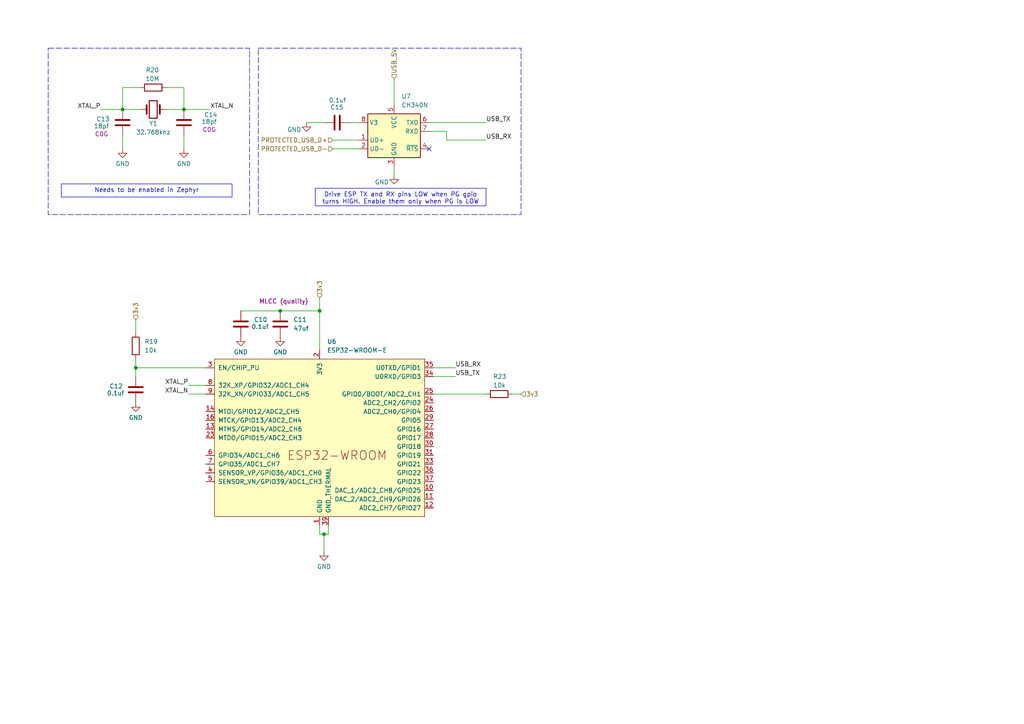
<source format=kicad_sch>
(kicad_sch (version 20250114) (generator "eeschema") (generator_version "9.0")
  (paper "A4")
  (lib_symbols
    (symbol "Device:C" (pin_numbers (hide yes)) (pin_names (offset 0.254))
      (property "Reference" "C" (at 0.635 2.54 0))
      (property "Value" "C" (at 0.635 -2.54 0))
      (symbol "C_0_1"
        (polyline (pts (xy -2.032 0.762) (xy 2.032 0.762)) (stroke (width 0.508)))
        (polyline (pts (xy -2.032 -0.762) (xy 2.032 -0.762)) (stroke (width 0.508)))
      )
      (symbol "C_1_1"
        (pin passive line (at 0 3.81 270) (length 2.794) (name "~") (number "1"))
        (pin passive line (at 0 -3.81 90) (length 2.794) (name "~") (number "2"))
      )
    )
    (symbol "Device:Crystal" (pin_numbers (hide yes)) (pin_names (offset 1.016) (hide yes))
      (property "Reference" "Y" (at 0 3.81 0))
      (property "Value" "Crystal" (at 0 -3.81 0))
      (symbol "Crystal_0_1"
        (polyline (pts (xy -2.54 0) (xy -1.905 0)))
        (polyline (pts (xy -1.905 -1.27) (xy -1.905 1.27)) (stroke (width 0.508)))
        (rectangle (start -1.143 2.54) (end 1.143 -2.54) (stroke (width 0.3048)))
        (polyline (pts (xy 1.905 -1.27) (xy 1.905 1.27)) (stroke (width 0.508)))
        (polyline (pts (xy 2.54 0) (xy 1.905 0)))
      )
      (symbol "Crystal_1_1"
        (pin passive line (at -3.81 0 0) (length 1.27) (name "1") (number "1"))
        (pin passive line (at 3.81 0 180) (length 1.27) (name "2") (number "2"))
      )
    )
    (symbol "Device:R" (pin_numbers (hide yes)) (pin_names (offset 0))
      (property "Reference" "R" (at 2.032 0 90))
      (property "Value" "R" (at 0 0 90))
      (symbol "R_0_1"
        (rectangle (start -1.016 -2.54) (end 1.016 2.54) (stroke (width 0.254)))
      )
      (symbol "R_1_1"
        (pin passive line (at 0 3.81 270) (length 1.27) (name "~") (number "1"))
        (pin passive line (at 0 -3.81 90) (length 1.27) (name "~") (number "2"))
      )
    )
    (symbol "Interface_USB:CH340N"
      (property "Reference" "U" (at -7.62 6.35 0))
      (property "Value" "CH340N" (at 7.62 6.35 0))
      (symbol "CH340N_0_1"
        (rectangle (start -7.62 5.08) (end 7.62 -7.62) (stroke (width 0.254)) (fill (type background)))
      )
      (symbol "CH340N_1_1"
        (pin passive line (at -10.16 2.54 0) (length 2.54) (name "V3") (number "8"))
        (pin bidirectional line (at -10.16 -2.54 0) (length 2.54) (name "UD+") (number "1"))
        (pin bidirectional line (at -10.16 -5.08 0) (length 2.54) (name "UD-") (number "2"))
        (pin power_in line (at 0 7.62 270) (length 2.54) (name "VCC") (number "5"))
        (pin power_in line (at 0 -10.16 90) (length 2.54) (name "GND") (number "3"))
        (pin output line (at 10.16 2.54 180) (length 2.54) (name "TXD") (number "6"))
        (pin input line (at 10.16 0 180) (length 2.54) (name "RXD") (number "7"))
        (pin output line (at 10.16 -5.08 180) (length 2.54) (name "~{RTS}") (number "4"))
      )
    )
    (symbol "PCM_Espressif:ESP32-WROOM-E" (pin_names (offset 1.016))
      (property "Reference" "U" (at -30.48 27.94 0))
      (property "Value" "ESP32-WROOM-E" (at -30.48 25.4 0))
      (symbol "ESP32-WROOM-E_0_1"
        (rectangle (start -30.48 22.86) (end 30.48 -22.86) (fill (type background)))
      )
      (symbol "ESP32-WROOM-E_1_1"
        (text "ESP32-­WROOM­" (at 5.08 -5.08 0) (effects (font (size 2.54 2.54))))
        (pin input line (at -33.02 20.32 0) (length 2.54) (name "EN/CHIP_PU") (number "3"))
        (pin bidirectional line (at -33.02 15.24 0) (length 2.54) (name "32K_XP/GPIO32/ADC1_CH4") (number "8"))
        (pin bidirectional line (at -33.02 12.7 0) (length 2.54) (name "32K_XN/GPIO33/ADC1_CH5") (number "9"))
        (pin bidirectional line (at -33.02 7.62 0) (length 2.54) (name "MTDI/GPIO12/ADC2_CH5") (number "14"))
        (pin bidirectional line (at -33.02 5.08 0) (length 2.54) (name "MTCK/GPIO13/ADC2_CH4") (number "16"))
        (pin bidirectional line (at -33.02 2.54 0) (length 2.54) (name "MTMS/GPIO14/ADC2_CH6") (number "13"))
        (pin bidirectional line (at -33.02 0 0) (length 2.54) (name "MTDO/GPIO15/ADC2_CH3") (number "23"))
        (pin input line (at -33.02 -5.08 0) (length 2.54) (name "GPIO34/ADC1_CH6") (number "6"))
        (pin input line (at -33.02 -7.62 0) (length 2.54) (name "GPIO35/ADC1_CH7") (number "7"))
        (pin input line (at -33.02 -10.16 0) (length 2.54) (name "SENSOR_VP/GPIO36/ADC1_CH0") (number "4"))
        (pin input line (at -33.02 -12.7 0) (length 2.54) (name "SENSOR_VN/GPIO39/ADC1_CH3") (number "5"))
        (pin power_in line (at 0 25.4 270) (length 2.54) (name "3V3") (number "2"))
        (pin power_in line (at 0 -25.4 90) (length 2.54) (name "GND") (number "1"))
        (pin passive line (at 0 -25.4 90) (length 2.54) (hide yes) (name "GND") (number "15"))
        (pin passive line (at 0 -25.4 90) (length 2.54) (hide yes) (name "GND") (number "38"))
        (pin power_in line (at 2.54 -25.4 90) (length 2.54) (name "GND_THERMAL") (number "39"))
        (pin bidirectional line (at 33.02 20.32 180) (length 2.54) (name "U0TXD/GPIO1") (number "35"))
        (pin bidirectional line (at 33.02 17.78 180) (length 2.54) (name "U0RXD/GPIO3") (number "34"))
        (pin bidirectional line (at 33.02 12.7 180) (length 2.54) (name "GPIO0/BOOT/ADC2_CH1") (number "25"))
        (pin bidirectional line (at 33.02 10.16 180) (length 2.54) (name "ADC2_CH2/GPIO2") (number "24"))
        (pin bidirectional line (at 33.02 7.62 180) (length 2.54) (name "ADC2_CH0/GPIO4") (number "26"))
        (pin bidirectional line (at 33.02 5.08 180) (length 2.54) (name "GPIO5") (number "29"))
        (pin bidirectional line (at 33.02 2.54 180) (length 2.54) (name "GPIO16") (number "27"))
        (pin bidirectional line (at 33.02 0 180) (length 2.54) (name "GPIO17") (number "28"))
        (pin bidirectional line (at 33.02 -2.54 180) (length 2.54) (name "GPIO18") (number "30"))
        (pin bidirectional line (at 33.02 -5.08 180) (length 2.54) (name "GPIO19") (number "31"))
        (pin bidirectional line (at 33.02 -7.62 180) (length 2.54) (name "GPIO21") (number "33"))
        (pin bidirectional line (at 33.02 -10.16 180) (length 2.54) (name "GPIO22") (number "36"))
        (pin bidirectional line (at 33.02 -12.7 180) (length 2.54) (name "GPIO23") (number "37"))
        (pin bidirectional line (at 33.02 -15.24 180) (length 2.54) (name "DAC_1/ADC2_CH8/GPIO25") (number "10"))
        (pin bidirectional line (at 33.02 -17.78 180) (length 2.54) (name "DAC_2/ADC2_CH9/GPIO26") (number "11"))
        (pin bidirectional line (at 33.02 -20.32 180) (length 2.54) (name "ADC2_CH7/GPIO27") (number "12"))
      )
    )
    (symbol "power:GND" (power) (pin_names (offset 0))
      (property "Value" "GND" (at 0 -3.81 0))
      (symbol "GND_0_1"
        (polyline (pts (xy 0 0) (xy 0 -1.27) (xy 1.27 -1.27) (xy 0 -2.54) (xy -1.27 -1.27) (xy 0 -1.27)))
      )
      (symbol "GND_1_1"
        (pin power_in line (at 0 0 270) (length 0) (hide yes) (name "GND") (number "1"))
      )
    )
  )
  (rectangle (start 13.97 13.97) (end 72.39 62.23) (stroke (width 0) (type dash)))
  (rectangle (start 74.93 13.97) (end 151.13 62.23) (stroke (width 0) (type dash)))
  (text_box "Needs to be enabled in Zephyr" (at 17.78 53.34 0) (size 49.53 3.81) (margins 0.9525 0.9525 0.9525 0.9525) (effects (font (size 1.27 1.27)) (justify top)))
  (text_box "Drive ESP TX and RX pins LOW when PG gpio turns HIGH. Enable them only when PG is LOW" (at 91.44 54.61 0) (size 49.53 5.08) (margins 0.9525 0.9525 0.9525 0.9525) (effects (font (size 1.27 1.27)) (justify top)))
  (junction (at 35.56 31.75))
  (junction (at 39.37 106.68))
  (junction (at 81.28 90.17))
  (junction (at 53.34 31.75))
  (junction (at 93.98 154.94))
  (junction (at 92.71 90.17))
  (no_connect (at 124.46 43.18))
  (wire (pts (xy 81.28 90.17) (xy 92.71 90.17)))
  (wire (pts (xy 96.52 43.18) (xy 104.14 43.18)))
  (wire (pts (xy 69.85 90.17) (xy 81.28 90.17)))
  (wire (pts (xy 92.71 90.17) (xy 92.71 101.6)))
  (wire (pts (xy 151.13 114.3) (xy 148.59 114.3)))
  (wire (pts (xy 53.34 25.4) (xy 53.34 31.75)))
  (wire (pts (xy 54.61 114.3) (xy 59.69 114.3)))
  (wire (pts (xy 39.37 104.14) (xy 39.37 106.68)))
  (wire (pts (xy 125.73 114.3) (xy 140.97 114.3)))
  (wire (pts (xy 29.21 31.75) (xy 35.56 31.75)))
  (wire (pts (xy 124.46 35.56) (xy 140.97 35.56)))
  (wire (pts (xy 95.25 154.94) (xy 93.98 154.94)))
  (wire (pts (xy 92.71 86.36) (xy 92.71 90.17)))
  (wire (pts (xy 53.34 39.37) (xy 53.34 43.18)))
  (wire (pts (xy 48.26 25.4) (xy 53.34 25.4)))
  (wire (pts (xy 101.6 35.56) (xy 104.14 35.56)))
  (wire (pts (xy 35.56 39.37) (xy 35.56 43.18)))
  (wire (pts (xy 39.37 106.68) (xy 59.69 106.68)))
  (wire (pts (xy 125.73 106.68) (xy 132.08 106.68)))
  (wire (pts (xy 35.56 25.4) (xy 35.56 31.75)))
  (wire (pts (xy 54.61 111.76) (xy 59.69 111.76)))
  (wire (pts (xy 125.73 109.22) (xy 132.08 109.22)))
  (wire (pts (xy 129.54 38.1) (xy 129.54 40.64)))
  (wire (pts (xy 96.52 40.64) (xy 104.14 40.64)))
  (wire (pts (xy 88.9 35.56) (xy 93.98 35.56)))
  (wire (pts (xy 48.26 31.75) (xy 53.34 31.75)))
  (wire (pts (xy 35.56 31.75) (xy 40.64 31.75)))
  (wire (pts (xy 95.25 152.4) (xy 95.25 154.94)))
  (wire (pts (xy 39.37 92.71) (xy 39.37 96.52)))
  (wire (pts (xy 39.37 106.68) (xy 39.37 109.22)))
  (wire (pts (xy 92.71 154.94) (xy 92.71 152.4)))
  (wire (pts (xy 124.46 38.1) (xy 129.54 38.1)))
  (wire (pts (xy 53.34 31.75) (xy 60.96 31.75)))
  (wire (pts (xy 93.98 154.94) (xy 92.71 154.94)))
  (wire (pts (xy 114.3 48.26) (xy 114.3 50.8)))
  (wire (pts (xy 93.98 154.94) (xy 93.98 160.02)))
  (wire (pts (xy 129.54 40.64) (xy 140.97 40.64)))
  (wire (pts (xy 114.3 22.86) (xy 114.3 30.48)))
  (wire (pts (xy 40.64 25.4) (xy 35.56 25.4)))
  (label "XTAL_P" (at 54.61 111.76 180))
  (label "USB_TX" (at 132.08 109.22 0))
  (label "XTAL_N" (at 60.96 31.75 0))
  (label "XTAL_N" (at 54.61 114.3 180))
  (label "XTAL_P" (at 29.21 31.75 180))
  (label "USB_TX" (at 140.97 35.56 0))
  (label "USB_RX" (at 140.97 40.64 0))
  (label "USB_RX" (at 132.08 106.68 0))
  (hierarchical_label "USB_5V" (shape input) (at 114.3 22.86 90))
  (hierarchical_label "PROTECTED_USB_D+" (shape input) (at 96.52 40.64 180))
  (hierarchical_label "3v3" (shape input) (at 39.37 92.71 90))
  (hierarchical_label "3v3" (shape input) (at 92.71 86.36 90))
  (hierarchical_label "PROTECTED_USB_D-" (shape input) (at 96.52 43.18 180))
  (hierarchical_label "3v3" (shape input) (at 151.13 114.3 0))
  (symbol (lib_id "PCM_Espressif:ESP32-WROOM-E") (at 92.71 127 0) (unit 1)
    (property "Reference" "U6" (at 94.8533 99.06 0) (effects (justify left)))
    (property "Value" "ESP32-WROOM-E" (at 94.8533 101.6 0) (effects (justify left)))
    (property "Footprint" "PCM_Espressif:ESP32-WROOM-32E" (effects (hide yes)))
    (property "Datasheet" "https://www.espressif.com/sites/default/files/documentation/esp32-wroom-32e_esp32-wroom-32ue_datasheet_en.pdf" (effects (hide yes)))
    (property "Description" "ESP32-WROOM-32E integrates ESP32-D0WD-V3, with higher stability and safety performance." (effects (hide yes)))
  )
  (symbol (lib_id "Device:C") (at 97.79 35.56 90) (unit 1)
    (property "Reference" "C15" (at 99.695 31.1151 90) (effects (justify left)))
    (property "Value" "0.1uf" (at 100.457 29.083 90) (effects (justify left)))
    (property "Footprint" "Capacitor_SMD:C_0603_1608Metric_Pad1.08x0.95mm_HandSolder" (effects (hide yes)))
    (property "Description" "Unpolarized capacitor" (effects (hide yes)))
  )
  (symbol (lib_id "Device:R") (at 39.37 100.33 0) (unit 1)
    (property "Reference" "R19" (at 41.91 99.0599 0) (effects (justify left)))
    (property "Value" "10k" (at 41.91 101.5999 0) (effects (justify left)))
    (property "Footprint" "Resistor_SMD:R_0603_1608Metric_Pad0.98x0.95mm_HandSolder" (effects (hide yes)))
    (property "Description" "Resistor" (effects (hide yes)))
  )
  (symbol (lib_id "Device:R") (at 44.45 25.4 90) (unit 1)
    (property "Reference" "R20" (at 44.196 20.32 90))
    (property "Value" "10M" (at 44.196 22.86 90))
    (property "Footprint" "Resistor_SMD:R_0603_1608Metric_Pad0.98x0.95mm_HandSolder" (effects (hide yes)))
    (property "Description" "Resistor" (effects (hide yes)))
  )
  (symbol (lib_id "power:GND") (at 81.28 97.79 0) (unit 1)
    (property "Reference" "#PWR027" (effects (hide yes)))
    (property "Value" "GND" (at 81.28 102.108 0))
    (property "Description" "Power symbol creates a global label with name \"GND\" , ground" (effects (hide yes)))
  )
  (symbol (lib_id "power:GND") (at 93.98 160.02 0) (unit 1)
    (property "Reference" "#PWR029" (effects (hide yes)))
    (property "Value" "GND" (at 93.98 164.338 0))
    (property "Description" "Power symbol creates a global label with name \"GND\" , ground" (effects (hide yes)))
  )
  (symbol (lib_id "Device:C") (at 39.37 113.03 0) (unit 1)
    (property "Reference" "C12" (at 31.75 112.014 0) (effects (justify left)))
    (property "Value" "0.1uf" (at 30.988 114.0461 0) (effects (justify left)))
    (property "Footprint" "Capacitor_SMD:C_0603_1608Metric_Pad1.08x0.95mm_HandSolder" (effects (hide yes)))
    (property "Description" "Unpolarized capacitor" (effects (hide yes)))
  )
  (symbol (lib_id "Device:C") (at 69.85 93.98 0) (unit 1)
    (property "Reference" "C10" (at 73.66 92.7099 0) (effects (justify left)))
    (property "Value" "0.1uf" (at 72.898 94.742 0) (effects (justify left)))
    (property "Footprint" "Capacitor_SMD:C_0603_1608Metric_Pad1.08x0.95mm_HandSolder" (effects (hide yes)))
    (property "Description" "Unpolarized capacitor" (effects (hide yes)))
  )
  (symbol (lib_id "Interface_USB:CH340N") (at 114.3 38.1 0) (unit 1)
    (property "Reference" "U7" (at 116.4433 27.94 0) (effects (justify left)))
    (property "Value" "CH340N" (at 116.4433 30.48 0) (effects (justify left)))
    (property "Footprint" "Package_SO:SOP-8_3.9x4.9mm_P1.27mm" (effects (hide yes)))
    (property "Datasheet" "https://aitendo3.sakura.ne.jp/aitendo_data/product_img/ic/inteface/CH340N/ch340n.pdf" (effects (hide yes)))
    (property "Description" "USB serial converter, 2Mbps, UART, SOP-8" (effects (hide yes)))
  )
  (symbol (lib_id "Device:R") (at 144.78 114.3 270) (unit 1)
    (property "Reference" "R23" (at 143.002 109.22 90) (effects (justify left)))
    (property "Value" "10k" (at 143.002 111.76 90) (effects (justify left)))
    (property "Footprint" "Resistor_SMD:R_0603_1608Metric_Pad0.98x0.95mm_HandSolder" (effects (hide yes)))
    (property "Description" "Resistor" (effects (hide yes)))
  )
  (symbol (lib_id "Device:Crystal") (at 44.45 31.75 0) (unit 1)
    (property "Reference" "Y1" (at 44.45 35.814 0))
    (property "Value" "32.768khz" (at 44.45 38.354 0))
    (property "Footprint" "Crystal:Crystal_SMD_3215-2Pin_3.2x1.5mm" (effects (hide yes)))
    (property "Description" "Two pin crystal" (effects (hide yes)))
  )
  (symbol (lib_id "power:GND") (at 88.9 35.56 0) (unit 1)
    (property "Reference" "#PWR033" (effects (hide yes)))
    (property "Value" "GND" (at 85.344 37.592 0))
    (property "Description" "Power symbol creates a global label with name \"GND\" , ground" (effects (hide yes)))
  )
  (symbol (lib_id "power:GND") (at 69.85 97.79 0) (unit 1)
    (property "Reference" "#PWR028" (effects (hide yes)))
    (property "Value" "GND" (at 69.85 102.108 0))
    (property "Description" "Power symbol creates a global label with name \"GND\" , ground" (effects (hide yes)))
  )
  (symbol (lib_id "power:GND") (at 35.56 43.18 0) (unit 1)
    (property "Reference" "#PWR031" (effects (hide yes)))
    (property "Value" "GND" (at 35.56 47.498 0))
    (property "Description" "Power symbol creates a global label with name \"GND\" , ground" (effects (hide yes)))
  )
  (symbol (lib_id "Device:C") (at 53.34 35.56 0) (unit 1)
    (property "Reference" "C14" (at 59.182 33.274 0) (effects (justify left)))
    (property "Value" "18pf" (at 58.42 35.3061 0) (effects (justify left)))
    (property "Footprint" "Capacitor_SMD:C_0402_1005Metric_Pad0.74x0.62mm_HandSolder" (effects (hide yes)))
    (property "Datasheet" "https://robu.in/product/mc0402n180j500ct-murata-smd-multilayer-ceramic-capacitor-18-pf-50-v-0402-1005-metric-%C2%B1-5-c0g-np0-mc/" (effects (hide yes)))
    (property "Description" "C0G" (at 60.706 37.592 0))
  )
  (symbol (lib_id "power:GND") (at 39.37 116.84 0) (unit 1)
    (property "Reference" "#PWR030" (effects (hide yes)))
    (property "Value" "GND" (at 39.37 121.158 0))
    (property "Description" "Power symbol creates a global label with name \"GND\" , ground" (effects (hide yes)))
  )
  (symbol (lib_id "power:GND") (at 114.3 50.8 0) (unit 1)
    (property "Reference" "#PWR034" (effects (hide yes)))
    (property "Value" "GND" (at 110.744 52.832 0))
    (property "Description" "Power symbol creates a global label with name \"GND\" , ground" (effects (hide yes)))
  )
  (symbol (lib_id "power:GND") (at 53.34 43.18 0) (unit 1)
    (property "Reference" "#PWR032" (effects (hide yes)))
    (property "Value" "GND" (at 53.34 47.498 0))
    (property "Description" "Power symbol creates a global label with name \"GND\" , ground" (effects (hide yes)))
  )
  (symbol (lib_id "Device:C") (at 81.28 93.98 0) (unit 1)
    (property "Reference" "C11" (at 85.09 92.7099 0) (effects (justify left)))
    (property "Value" "47uf" (at 85.09 95.2499 0) (effects (justify left)))
    (property "Footprint" "Capacitor_SMD:C_0603_1608Metric_Pad1.08x0.95mm_HandSolder" (effects (hide yes)))
    (property "Datasheet" "https://robu.in/product/tmk325abj476mm-p-taiyo-yuden-cap-47uf-25v-mlcc-1210/" (effects (hide yes)))
    (property "Description" "MLCC (quality)" (at 82.296 87.376 0))
  )
  (symbol (lib_id "Device:C") (at 35.56 35.56 0) (unit 1)
    (property "Reference" "C13" (at 27.94 34.544 0) (effects (justify left)))
    (property "Value" "18pf" (at 27.178 36.5761 0) (effects (justify left)))
    (property "Footprint" "Capacitor_SMD:C_0402_1005Metric_Pad0.74x0.62mm_HandSolder" (effects (hide yes)))
    (property "Datasheet" "https://robu.in/product/mc0402n180j500ct-murata-smd-multilayer-ceramic-capacitor-18-pf-50-v-0402-1005-metric-%C2%B1-5-c0g-np0-mc/" (effects (hide yes)))
    (property "Description" "C0G" (at 29.464 38.862 0))
  )
)
</source>
